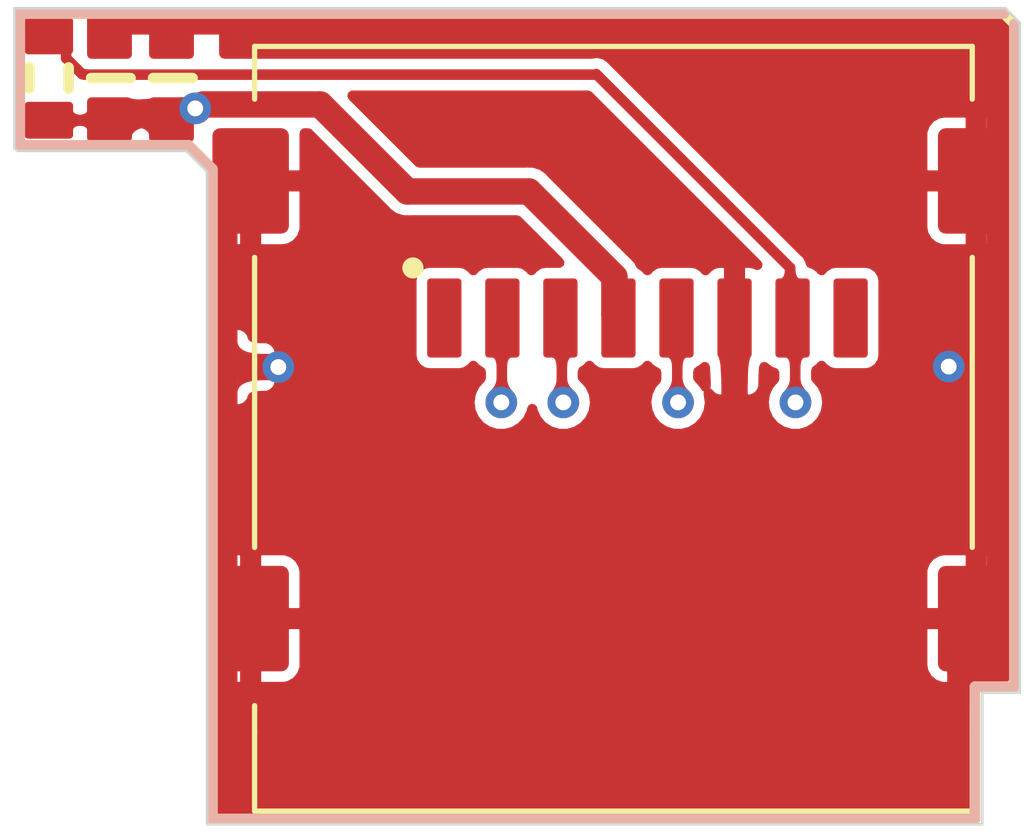
<source format=kicad_pcb>
(kicad_pcb (version 20210108) (generator pcbnew)
  (layers (0 "F.Cu" signal "Top Layer") (31 "B.Cu" signal "Bottom Layer") (34 "B.Paste" user) (35 "F.Paste" user) (36 "B.SilkS" user "B.Silkscreen") (37 "F.SilkS" user "F.Silkscreen") (38 "B.Mask" user) (39 "F.Mask" user) (44 "Edge.Cuts" user))
  (net 0 "")
  (net 1 "V33")
  (net 2 "SD_SCK")
  (net 3 "SD_MOSI")
  (net 4 "SD_MISO")
  (net 5 "SD_CS")
  (net 6 "GND")
  (footprint "General.pcblib:Cap" (layer "F.Cu") (at 2.975 -14.150005 90)
    (fp_text reference "C451" hide)
    (fp_text value "22u" hide)
    (fp_line (start 0 -0.349986) (end 0 0.4) (layer "F.SilkS") (width 0.2))
    (pad "1" smd roundrect (at -0.790001 0 90) (size 0.850001 0.850001) (layers "F.Cu" "F.Paste" "F.Mask") (roundrect_rratio 0.1) (net 1 "V33"))
    (pad "2" smd roundrect (at 0.790001 0 90) (size 0.850001 0.850001) (layers "F.Cu" "F.Paste" "F.Mask") (roundrect_rratio 0.1) (net 6 "GND"))
  )
  (footprint "General.pcblib:Cap" (layer "F.Cu") (at 1.799996 -14.150002 90)
    (fp_text reference "C450" hide)
    (fp_text value "22u" hide)
    (fp_line (start 0 -0.349986) (end 0 0.4) (layer "F.SilkS") (width 0.2))
    (pad "1" smd roundrect (at -0.790001 0 90) (size 0.850001 0.850001) (layers "F.Cu" "F.Paste" "F.Mask") (roundrect_rratio 0.1) (net 1 "V33"))
    (pad "2" smd roundrect (at 0.790001 0 90) (size 0.850001 0.850001) (layers "F.Cu" "F.Paste" "F.Mask") (roundrect_rratio 0.1) (net 6 "GND"))
  )
  (footprint "General.pcblib:Res" (layer "F.Cu") (at 0.649999 -14.149997 -90)
    (fp_text reference "R450" hide)
    (fp_text value "33k" hide)
    (fp_line (start 0.198943 0.37085) (end -0.201056 0.37084) (layer "F.SilkS") (width 0.2032))
    (fp_line (start 0.199999 -0.374985) (end -0.2 -0.374995) (layer "F.SilkS") (width 0.2032))
    (pad "1" smd roundrect (at -0.800001 0 270) (size 0.700001 0.920001) (layers "F.Cu" "F.Paste" "F.Mask") (roundrect_rratio 0.1) (net 4 "SD_MISO"))
    (pad "2" smd roundrect (at 0.800001 0 270) (size 0.700001 0.920001) (layers "F.Cu" "F.Paste" "F.Mask") (roundrect_rratio 0.1) (net 1 "V33"))
  )
  (footprint "General.pcblib:SD_CARD" (layer "F.Cu") (at 11.349998 -7.799997 180)
    (fp_text reference "J450" hide)
    (fp_text value "Molex MicroSD 47219-2001" hide)
    (fp_line (start 6.799999 -2.55) (end 6.799999 2.949999) (layer "F.SilkS") (width 0.1))
    (fp_line (start 6.799999 -7.55) (end 6.799999 -6.05) (layer "F.SilkS") (width 0.1))
    (fp_line (start 6.799999 5.950001) (end 6.799999 6.949999) (layer "F.SilkS") (width 0.1))
    (fp_line (start -6.799999 -6.05) (end -6.799999 -5.549999) (layer "F.SilkS") (width 0.1))
    (fp_line (start -6.799999 -2.55) (end -6.799999 2.949999) (layer "F.SilkS") (width 0.1))
    (fp_line (start -6.799999 5.950001) (end -6.799999 6.949999) (layer "F.SilkS") (width 0.1))
    (fp_line (start -6.799999 -7.55) (end -6.799999 -6.05) (layer "F.SilkS") (width 0.1))
    (fp_line (start 6.799999 -7.55) (end -6.799999 -7.55) (layer "F.SilkS") (width 0.1))
    (fp_line (start 6.799999 6.949999) (end -6.799999 6.949999) (layer "F.SilkS") (width 0.1))
    (fp_line (start 6.799999 -6.05) (end 6.799999 -5.549999) (layer "F.SilkS") (width 0.1))
    (fp_arc (start 3.8 2.750002) (end 3.7 2.750002) (angle -180) (layer "F.SilkS") (width 0.2))
    (fp_arc (start 3.8 2.750002) (end 3.9 2.750002) (angle -180) (layer "F.SilkS") (width 0.2))
    (pad "1" smd roundrect (at 3.205 1.799999 270) (size 1.5 0.650001) (layers "F.Cu" "F.Paste" "F.Mask") (roundrect_rratio 0.1))
    (pad "2" smd roundrect (at 2.105 1.799999 270) (size 1.5 0.650001) (layers "F.Cu" "F.Paste" "F.Mask") (roundrect_rratio 0.1) (net 5 "SD_CS"))
    (pad "3" smd roundrect (at 1.005 1.799999 270) (size 1.5 0.650001) (layers "F.Cu" "F.Paste" "F.Mask") (roundrect_rratio 0.1) (net 3 "SD_MOSI"))
    (pad "4" smd roundrect (at -0.095001 1.799999 270) (size 1.5 0.650001) (layers "F.Cu" "F.Paste" "F.Mask") (roundrect_rratio 0.1) (net 1 "V33"))
    (pad "5" smd roundrect (at -1.194999 1.799999 270) (size 1.5 0.650001) (layers "F.Cu" "F.Paste" "F.Mask") (roundrect_rratio 0.1) (net 2 "SD_SCK"))
    (pad "6" smd roundrect (at -2.294999 1.799999 270) (size 1.5 0.650001) (layers "F.Cu" "F.Paste" "F.Mask") (roundrect_rratio 0.1) (net 6 "GND"))
    (pad "7" smd roundrect (at -3.394999 1.799999 270) (size 1.5 0.650001) (layers "F.Cu" "F.Paste" "F.Mask") (roundrect_rratio 0.1) (net 4 "SD_MISO"))
    (pad "8" smd roundrect (at -4.495 1.799999 270) (size 1.5 0.650001) (layers "F.Cu" "F.Paste" "F.Mask") (roundrect_rratio 0.1))
    (pad "9" smd roundrect (at -6.875 4.399999 270) (size 2.000001 1.45) (layers "F.Cu" "F.Paste" "F.Mask") (roundrect_rratio 0.1) (net 6 "GND"))
    (pad "9" smd roundrect (at 6.875001 -3.9 270) (size 2.000001 1.45) (layers "F.Cu" "F.Paste" "F.Mask") (roundrect_rratio 0.1) (net 6 "GND"))
    (pad "9" smd roundrect (at 6.875001 4.399999 270) (size 2.000001 1.45) (layers "F.Cu" "F.Paste" "F.Mask") (roundrect_rratio 0.1) (net 6 "GND"))
    (pad "9" smd roundrect (at -6.875 -3.9 270) (size 2.000001 1.45) (layers "F.Cu" "F.Paste" "F.Mask") (roundrect_rratio 0.1) (net 6 "GND"))
  )
  (footprint "Mod.PcbLib:Mod-Hellen-SD" (layer "F.Cu") (at 0 0)
    (fp_text reference "M450" hide)
    (fp_text value "Hellen One : microSD Module interface" hide)
    (fp_line (start 0.1 -15.374998) (end 18.749998 -15.374998) (layer "B.SilkS") (width 0.2))
    (fp_line (start 3.749998 -0.099997) (end 18.201356 -0.099997) (layer "B.SilkS") (width 0.2))
    (fp_line (start 3.749998 -0.099997) (end 3.749998 -12.424999) (layer "B.SilkS") (width 0.2))
    (fp_line (start 18.201356 -2.610388) (end 18.95 -2.610388) (layer "B.SilkS") (width 0.2))
    (fp_line (start 3.299996 -12.875001) (end 3.749998 -12.424999) (layer "B.SilkS") (width 0.2))
    (fp_line (start 0.1 -12.875001) (end 0.1 -15.374998) (layer "B.SilkS") (width 0.2))
    (fp_line (start 18.95 -2.610388) (end 18.95 -15.174996) (layer "B.SilkS") (width 0.2))
    (fp_line (start 18.201356 -0.1) (end 18.201356 -2.610388) (layer "B.SilkS") (width 0.2))
    (fp_line (start 0.1 -12.875001) (end 3.299996 -12.875001) (layer "B.SilkS") (width 0.2))
    (fp_line (start 3.299996 -12.875001) (end 3.749998 -12.424999) (layer "F.SilkS") (width 0.2))
    (fp_line (start 18.201356 -0.1) (end 18.201356 -2.607788) (layer "F.SilkS") (width 0.2))
    (fp_line (start 18.95 -2.607788) (end 18.95 -15.174996) (layer "F.SilkS") (width 0.2))
    (fp_line (start 18.201356 -2.607788) (end 18.95 -2.607788) (layer "F.SilkS") (width 0.2))
    (fp_line (start 0.1 -15.374998) (end 18.749998 -15.374998) (layer "F.SilkS") (width 0.2))
    (fp_line (start 0.1 -12.875001) (end 0.1 -15.374998) (layer "F.SilkS") (width 0.2))
    (fp_line (start 3.749998 -0.099997) (end 18.201356 -0.099997) (layer "F.SilkS") (width 0.2))
    (fp_line (start 3.749998 -0.099997) (end 3.749998 -12.424999) (layer "F.SilkS") (width 0.2))
    (fp_line (start 0.1 -12.875001) (end 3.299996 -12.875001) (layer "F.SilkS") (width 0.2))
    (pad "G" smd oval (at 18.275 -2.900025 90) (size 0.499999 1.2) (layers "F.Cu" "F.Paste") (net 6 "GND"))
    (pad "G" smd oval (at 3.974998 -5.887496) (size 0.499999 11.4) (layers "F.Cu" "F.Paste") (net 6 "GND"))
    (pad "G" smd oval (at 18.674999 -9.012499) (size 0.499999 12.7) (layers "F.Cu" "F.Paste") (net 6 "GND"))
    (pad "G" smd oval (at 10.175006 -15.175014 270) (size 0.399999 17.400001) (layers "F.Cu" "F.Paste") (net 6 "GND"))
    (pad "G" smd oval (at 10.945 -0.349997) (size 14.449999 0.499999) (layers "F.Cu" "F.Paste") (net 6 "GND"))
    (pad "G" smd oval (at 17.924998 -1.625031) (size 0.499999 2.999999) (layers "F.Cu" "F.Paste") (net 6 "GND"))
    (pad "V1" thru_hole circle (at 3.424994 -13.575007 90) (size 0.599999 0.599999) (drill 0.299999) (layers *.Cu *.Mask) (net 1 "V33"))
    (pad "V2" thru_hole circle (at 5.000008 -8.669998 180) (size 0.599999 0.599999) (drill 0.299999) (layers *.Cu *.Mask) (net 6 "GND"))
    (pad "V3" thru_hole circle (at 17.704026 -8.679061 180) (size 0.599999 0.599999) (drill 0.299999) (layers *.Cu *.Mask) (net 6 "GND"))
    (pad "V4" thru_hole circle (at 9.224998 -7.999997 180) (size 0.599999 0.599999) (drill 0.299999) (layers *.Cu *.Mask) (net 5 "SD_CS"))
    (pad "V5" thru_hole circle (at 10.400002 -7.999997 180) (size 0.599999 0.599999) (drill 0.299999) (layers *.Cu *.Mask) (net 3 "SD_MOSI"))
    (pad "V6" thru_hole circle (at 12.574996 -7.999997 180) (size 0.599999 0.599999) (drill 0.299999) (layers *.Cu *.Mask) (net 2 "SD_SCK"))
    (pad "V7" thru_hole circle (at 14.799998 -7.999997 180) (size 0.599999 0.599999) (drill 0.299999) (layers *.Cu *.Mask) (net 4 "SD_MISO"))
  )
  (gr_poly (pts (xy 10.272499 -8.651832) (xy 10.271498 -8.690412) (xy 10.268499 -8.724928) (xy 10.2635 -8.755385) (xy 10.2565 -8.781783) (xy 10.247498 -8.804118) (xy 10.2365 -8.822393) (xy 10.2235 -8.836604) (xy 10.208499 -8.846757) (xy 10.191499 -8.85285) (xy 10.172499 -8.854879) (xy 10.572499 -8.854879) (xy 10.553499 -8.85285) (xy 10.536499 -8.846757) (xy 10.521498 -8.836604) (xy 10.508498 -8.822393) (xy 10.4975 -8.804118) (xy 10.488498 -8.781783) (xy 10.481498 -8.755385) (xy 10.476499 -8.724928) (xy 10.4735 -8.690412) (xy 10.472499 -8.651832)) (layer "F.Cu") (width 0) (fill solid))
  (gr_poly (pts (xy 2.099983 -13.735007) (xy 2.184194 -13.735428) (xy 2.531227 -13.755682) (xy 2.562695 -13.762012) (xy 2.586627 -13.769185) (xy 2.603025 -13.777201) (xy 2.554491 -13.033548) (xy 2.552311 -13.071826) (xy 2.540518 -13.106072) (xy 2.519109 -13.136293) (xy 2.48808 -13.162483) (xy 2.447437 -13.184642) (xy 2.397178 -13.202775) (xy 2.337305 -13.216877) (xy 2.267814 -13.226948) (xy 2.188705 -13.232994) (xy 2.099983 -13.235008)) (layer "F.Cu") (width 0) (fill solid))
  (gr_poly (pts (xy 2.723553 -13.235008) (xy 2.624181 -13.232524) (xy 2.535537 -13.225076) (xy 2.457623 -13.212661) (xy 2.39044 -13.19528) (xy 2.333983 -13.17293) (xy 2.288256 -13.145618) (xy 2.253259 -13.113337) (xy 2.228992 -13.076093) (xy 2.215454 -13.03388) (xy 2.212642 -12.986703) (xy 2.171972 -13.777199) (xy 2.188771 -13.769183) (xy 2.213907 -13.76201) (xy 2.247382 -13.75568) (xy 2.289195 -13.750196) (xy 2.397834 -13.741758) (xy 2.715169 -13.735007)) (layer "F.Cu") (width 0) (fill solid))
  (gr_poly (pts (xy 1.30826 -13.249996) (xy 1.26968 -13.248996) (xy 1.235164 -13.245996) (xy 1.204707 -13.240997) (xy 1.178309 -13.233997) (xy 1.155974 -13.224998) (xy 1.137699 -13.213997) (xy 1.123488 -13.200997) (xy 1.113335 -13.185996) (xy 1.107242 -13.168996) (xy 1.105212 -13.149997) (xy 1.105212 -13.549996) (xy 1.107242 -13.530997) (xy 1.113335 -13.513996) (xy 1.123488 -13.498995) (xy 1.137699 -13.485995) (xy 1.155974 -13.474995) (xy 1.178309 -13.465995) (xy 1.204707 -13.458995) (xy 1.235164 -13.453996) (xy 1.26968 -13.450997) (xy 1.30826 -13.449996)) (layer "F.Cu") (width 0) (fill solid))
  (gr_poly (pts (xy 9.134998 -8.651832) (xy 9.133997 -8.690412) (xy 9.130998 -8.724928) (xy 9.125999 -8.755385) (xy 9.118999 -8.781783) (xy 9.11 -8.804118) (xy 9.098999 -8.822393) (xy 9.085999 -8.836604) (xy 9.070998 -8.846757) (xy 9.053998 -8.85285) (xy 9.034998 -8.854879) (xy 9.434998 -8.854879) (xy 9.415998 -8.85285) (xy 9.398998 -8.846757) (xy 9.383997 -8.836604) (xy 9.370997 -8.822393) (xy 9.359997 -8.804118) (xy 9.350997 -8.781783) (xy 9.343997 -8.755385) (xy 9.338998 -8.724928) (xy 9.335999 -8.690412) (xy 9.334998 -8.651832)) (layer "F.Cu") (width 0) (fill solid))
  (gr_poly (pts (xy 9.334998 -8.459102) (xy 9.336067 -8.431411) (xy 9.339278 -8.404273) (xy 9.34463 -8.37769) (xy 9.352123 -8.35166) (xy 9.361754 -8.326186) (xy 9.373527 -8.301264) (xy 9.387439 -8.276897) (xy 9.403494 -8.253085) (xy 9.421688 -8.229826) (xy 9.442023 -8.207121) (xy 9.022258 -8.221119) (xy 9.043678 -8.242178) (xy 9.062844 -8.264002) (xy 9.079756 -8.28659) (xy 9.094412 -8.309948) (xy 9.106812 -8.33407) (xy 9.116959 -8.358957) (xy 9.124851 -8.384614) (xy 9.13049 -8.411035) (xy 9.13387 -8.438223) (xy 9.134998 -8.466178)) (layer "F.Cu") (width 0) (fill solid))
  (gr_poly (pts (xy 13.394997 -8.351832) (xy 13.394314 -8.435825) (xy 13.377908 -8.704925) (xy 13.370387 -8.755482) (xy 13.351248 -8.836528) (xy 13.339625 -8.867021) (xy 13.326638 -8.890826) (xy 13.963355 -8.890826) (xy 13.950368 -8.867021) (xy 13.938745 -8.836528) (xy 13.928491 -8.799347) (xy 13.919606 -8.755482) (xy 13.905934 -8.647681) (xy 13.897732 -8.513133) (xy 13.894996 -8.351832)) (layer "F.Cu") (width 0) (fill solid))
  (gr_poly (pts (xy 12.659995 -8.467702) (xy 12.661135 -8.439686) (xy 12.664557 -8.41249) (xy 12.670257 -8.386115) (xy 12.67824 -8.360562) (xy 12.688501 -8.335828) (xy 12.701044 -8.311916) (xy 12.715867 -8.288823) (xy 12.732972 -8.266552) (xy 12.752354 -8.245102) (xy 12.774021 -8.224472) (xy 12.354547 -8.203471) (xy 12.374583 -8.22657) (xy 12.392508 -8.250174) (xy 12.408327 -8.274279) (xy 12.422033 -8.298886) (xy 12.433633 -8.323997) (xy 12.443125 -8.349607) (xy 12.450506 -8.375721) (xy 12.455776 -8.402338) (xy 12.458941 -8.429457) (xy 12.459995 -8.457077)) (layer "F.Cu") (width 0) (fill solid))
  (gr_poly (pts (xy 1.176439 -13.449996) (xy 1.215019 -13.450997) (xy 1.249535 -13.453996) (xy 1.279992 -13.458995) (xy 1.306391 -13.465995) (xy 1.328725 -13.474995) (xy 1.347 -13.485995) (xy 1.361211 -13.498995) (xy 1.371364 -13.513996) (xy 1.377457 -13.530997) (xy 1.379487 -13.549996) (xy 1.379487 -13.149997) (xy 1.377457 -13.168996) (xy 1.371364 -13.185996) (xy 1.361211 -13.200997) (xy 1.347 -13.213997) (xy 1.328725 -13.224998) (xy 1.306391 -13.233997) (xy 1.279992 -13.240997) (xy 1.249535 -13.245996) (xy 1.215019 -13.248996) (xy 1.176439 -13.249996)) (layer "F.Cu") (width 0) (fill solid))
  (gr_poly (pts (xy 4.726788 -8.419998) (xy 4.631207 -8.417499) (xy 4.545691 -8.409998) (xy 4.470232 -8.397499) (xy 4.404838 -8.379998) (xy 4.349501 -8.357499) (xy 4.304228 -8.329999) (xy 4.269014 -8.297499) (xy 4.243862 -8.259999) (xy 4.228772 -8.217499) (xy 4.223741 -8.169999) (xy 4.223741 -9.169997) (xy 4.228772 -9.122496) (xy 4.243862 -9.079997) (xy 4.269016 -9.042497) (xy 4.304228 -9.009997) (xy 4.349504 -8.982497) (xy 4.404838 -8.959997) (xy 4.470232 -8.942497) (xy 4.545691 -8.929997) (xy 4.631207 -8.922497) (xy 4.726788 -8.919997)) (layer "F.Cu") (width 0) (fill solid))
  (gr_poly (pts (xy 4.580341 -3.651788) (xy 4.512587 -3.582637) (xy 4.31289 -3.349384) (xy 4.280797 -3.301909) (xy 4.255834 -3.258772) (xy 4.238005 -3.219968) (xy 4.227307 -3.185503) (xy 4.223741 -3.155371) (xy 4.223741 -4.148206) (xy 4.224485 -4.121226) (xy 4.22672 -4.098656) (xy 4.230444 -4.080495) (xy 4.235658 -4.066738) (xy 4.242361 -4.057391) (xy 4.250553 -4.052453) (xy 4.260235 -4.05192) (xy 4.271409 -4.055798) (xy 4.284071 -4.064081) (xy 4.298221 -4.076774)) (layer "F.Cu") (width 0) (fill solid))
  (gr_poly (pts (xy 14.695 -8.651832) (xy 14.693999 -8.690412) (xy 14.690999 -8.724928) (xy 14.686001 -8.755385) (xy 14.679 -8.781783) (xy 14.669999 -8.804118) (xy 14.659 -8.822393) (xy 14.646001 -8.836604) (xy 14.630999 -8.846757) (xy 14.613999 -8.85285) (xy 14.595 -8.854879) (xy 14.994999 -8.854879) (xy 14.976 -8.85285) (xy 14.959 -8.846757) (xy 14.943999 -8.836604) (xy 14.930999 -8.822393) (xy 14.920001 -8.804118) (xy 14.910999 -8.781783) (xy 14.903999 -8.755385) (xy 14.899 -8.724928) (xy 14.896 -8.690412) (xy 14.894999 -8.651832)) (layer "F.Cu") (width 0) (fill solid))
  (gr_poly (pts (xy 14.799998 -10.54816) (xy 14.800999 -10.50958) (xy 14.803999 -10.475064) (xy 14.808998 -10.444607) (xy 14.815998 -10.418209) (xy 14.825 -10.395875) (xy 14.835998 -10.377599) (xy 14.848997 -10.363388) (xy 14.863999 -10.353236) (xy 14.880999 -10.347142) (xy 14.899998 -10.345113) (xy 14.499999 -10.345113) (xy 14.518998 -10.347142) (xy 14.535998 -10.353236) (xy 14.551 -10.363388) (xy 14.563999 -10.377599) (xy 14.574998 -10.395875) (xy 14.583999 -10.418209) (xy 14.591 -10.444607) (xy 14.595998 -10.475064) (xy 14.598998 -10.50958) (xy 14.599999 -10.54816)) (layer "F.Cu") (width 0) (fill solid))
  (gr_poly (pts (xy 10.472499 -8.471103) (xy 10.47367 -8.44294) (xy 10.477177 -8.415731) (xy 10.483027 -8.389485) (xy 10.491216 -8.364195) (xy 10.501744 -8.339864) (xy 10.514609 -8.316491) (xy 10.529819 -8.294078) (xy 10.547365 -8.272623) (xy 10.567251 -8.252127) (xy 10.589476 -8.23259) (xy 10.171245 -8.194086) (xy 10.190485 -8.21814) (xy 10.207696 -8.242572) (xy 10.222885 -8.26738) (xy 10.236048 -8.292562) (xy 10.247186 -8.318122) (xy 10.256299 -8.344055) (xy 10.263386 -8.370367) (xy 10.268448 -8.397052) (xy 10.271486 -8.424116) (xy 10.272499 -8.451553)) (layer "F.Cu") (width 0) (fill solid))
  (gr_poly (pts (xy 12.459995 -8.651832) (xy 12.458995 -8.690412) (xy 12.455995 -8.724928) (xy 12.450996 -8.755385) (xy 12.443996 -8.781783) (xy 12.434997 -8.804118) (xy 12.423996 -8.822393) (xy 12.410996 -8.836604) (xy 12.395995 -8.846757) (xy 12.378995 -8.85285) (xy 12.359996 -8.854879) (xy 12.759995 -8.854879) (xy 12.740996 -8.85285) (xy 12.723995 -8.846757) (xy 12.708994 -8.836604) (xy 12.695994 -8.822393) (xy 12.684994 -8.804118) (xy 12.675994 -8.781783) (xy 12.668994 -8.755385) (xy 12.663996 -8.724928) (xy 12.660996 -8.690412) (xy 12.659995 -8.651832)) (layer "F.Cu") (width 0) (fill solid))
  (gr_poly (pts (xy 14.894999 -8.464558) (xy 14.896114 -8.436666) (xy 14.899455 -8.409488) (xy 14.905025 -8.383021) (xy 14.912823 -8.357268) (xy 14.922851 -8.332226) (xy 14.935103 -8.307898) (xy 14.949584 -8.284281) (xy 14.966295 -8.261378) (xy 14.985233 -8.239186) (xy 15.006399 -8.217708) (xy 14.586458 -8.21071) (xy 14.60708 -8.233014) (xy 14.625533 -8.255922) (xy 14.641815 -8.279437) (xy 14.655924 -8.30356) (xy 14.667865 -8.328287) (xy 14.677634 -8.353621) (xy 14.685231 -8.379562) (xy 14.690659 -8.40611) (xy 14.693915 -8.433262) (xy 14.695 -8.461022)) (layer "F.Cu") (width 0) (fill solid))
  (gr_line (start 18.749998 -15.374998) (end 18.95 -15.174996) (layer "F.SilkS") (width 0.2))
  (gr_line (start 18.774999 -15.475001) (end 0 -15.475001) (layer "Edge.Cuts") (width 0.05))
  (gr_line (start 0 -12.825001) (end 0.055469 -12.769533) (layer "Edge.Cuts") (width 0.05))
  (gr_line (start 18.340393 -2.5) (end 19.05 -2.5) (layer "Edge.Cuts") (width 0.05))
  (gr_line (start 3.65 -12.374999) (end 3.65 0) (layer "Edge.Cuts") (width 0.05))
  (gr_line (start 3.255467 -12.769533) (end 3.65 -12.374999) (layer "Edge.Cuts") (width 0.05))
  (gr_line (start 19.05 -15.2) (end 18.774999 -15.475001) (layer "Edge.Cuts") (width 0.05))
  (gr_line (start 0.055469 -12.769533) (end 0.055469 -12.769533) (layer "Edge.Cuts") (width 0.05))
  (gr_line (start 3.65 0) (end 18.340393 0) (layer "Edge.Cuts") (width 0.05))
  (gr_line (start 0 -15.475001) (end 0 -12.825001) (layer "Edge.Cuts") (width 0.05))
  (gr_line (start 19.05 -2.5) (end 19.05 -15.2) (layer "Edge.Cuts") (width 0.05))
  (gr_line (start 18.340393 0) (end 18.340393 -2.5) (layer "Edge.Cuts") (width 0.05))
  (gr_line (start 0.055469 -12.769533) (end 3.255467 -12.769533) (layer "Edge.Cuts") (width 0.05))
  (segment (start 3.574999 -13.649998) (end 5.792894 -13.649998) (width 0.499999) (layer "F.Cu") (net 1))
  (segment (start 0.649999 -13.349996) (end 1.864995 -13.349996) (width 0.2) (layer "F.Cu") (net 1))
  (segment (start 11.369998 -9.674997) (end 11.369998 -10.380002) (width 0.499999) (layer "F.Cu") (net 1))
  (segment (start 11.369998 -9.674997) (end 11.444999 -9.599996) (width 0.499999) (layer "F.Cu") (net 1))
  (segment (start 2.975 -13.360004) (end 3.150001 -13.535005) (width 0.499999) (layer "F.Cu") (net 1))
  (segment (start 2.099983 -13.485007) (end 3.062501 -13.485007) (width 0.499999) (layer "F.Cu") (net 1))
  (segment (start 5.792894 -13.649998) (end 7.442896 -11.999996) (width 0.499999) (layer "F.Cu") (net 1))
  (segment (start 3.150001 -13.535005) (end 3.460006 -13.535005) (width 0.499999) (layer "F.Cu") (net 1))
  (segment (start 3.460006 -13.535005) (end 3.574999 -13.649998) (width 0.499999) (layer "F.Cu") (net 1))
  (segment (start 1.864995 -13.349996) (end 1.875 -13.360001) (width 0.2) (layer "F.Cu") (net 1))
  (segment (start 9.750003 -11.999996) (end 11.369998 -10.380002) (width 0.499999) (layer "F.Cu") (net 1))
  (segment (start 2.937495 -13.322498) (end 2.975 -13.360004) (width 0.499999) (layer "F.Cu") (net 1))
  (segment (start 7.442896 -11.999996) (end 9.750003 -11.999996) (width 0.499999) (layer "F.Cu") (net 1))
  (segment (start 12.544997 -9.599996) (end 12.559995 -9.584997) (width 0.2) (layer "F.Cu") (net 2))
  (segment (start 12.559995 -8.014998) (end 12.559995 -9.584997) (width 0.2) (layer "F.Cu") (net 2))
  (segment (start 12.559995 -8.014998) (end 12.574996 -7.999997) (width 0.2) (layer "F.Cu") (net 2))
  (segment (start 10.372499 -8.0275) (end 10.372499 -9.572495) (width 0.2) (layer "F.Cu") (net 3))
  (segment (start 10.344998 -9.599996) (end 10.372499 -9.572495) (width 0.2) (layer "F.Cu") (net 3))
  (segment (start 10.372499 -8.0275) (end 10.400002 -7.999997) (width 0.2) (layer "F.Cu") (net 3))
  (segment (start 14.699999 -9.644995) (end 14.744997 -9.599996) (width 0.2) (layer "F.Cu") (net 4))
  (segment (start 1.280005 -14.225001) (end 1.31553 -14.225001) (width 0.2) (layer "F.Cu") (net 4))
  (segment (start 14.795 -7.999997) (end 14.795 -9.599996) (width 0.2) (layer "F.Cu") (net 4))
  (segment (start 0.728421 -14.949998) (end 0.978423 -14.699996) (width 0.2) (layer "F.Cu") (net 4))
  (segment (start 0.978423 -14.526583) (end 1.280005 -14.225001) (width 0.2) (layer "F.Cu") (net 4))
  (segment (start 0.649999 -14.949998) (end 0.728421 -14.949998) (width 0.2) (layer "F.Cu") (net 4))
  (segment (start 1.31553 -14.225001) (end 1.325527 -14.215003) (width 0.2) (layer "F.Cu") (net 4))
  (segment (start 14.699999 -9.644995) (end 14.699999 -10.549997) (width 0.2) (layer "F.Cu") (net 4))
  (segment (start 1.325527 -14.215003) (end 11.024994 -14.215003) (width 0.2) (layer "F.Cu") (net 4))
  (segment (start 0.978423 -14.526583) (end 0.978423 -14.699996) (width 0.2) (layer "F.Cu") (net 4))
  (segment (start 11.024994 -14.225001) (end 14.699999 -10.549997) (width 0.2) (layer "F.Cu") (net 4))
  (segment (start 9.224998 -7.999997) (end 9.234998 -8.009997) (width 0.2) (layer "F.Cu") (net 5))
  (segment (start 9.234998 -9.589996) (end 9.244998 -9.599996) (width 0.2) (layer "F.Cu") (net 5))
  (segment (start 9.234998 -8.009997) (end 9.234998 -9.589996) (width 0.2) (layer "F.Cu") (net 5))
  (segment (start 3.999997 -3.424997) (end 4.474997 -3.899997) (width 0.499999) (layer "F.Cu") (net 6))
  (segment (start 4.124998 -8.669998) (end 5.000008 -8.669998) (width 0.499999) (layer "F.Cu") (net 6))
  (segment (start 7.75 -6.949996) (end 13.425327 -6.949996) (width 0.499999) (layer "F.Cu") (net 6))
  (segment (start 5.000008 -8.669998) (end 6.029998 -8.669998) (width 0.499999) (layer "F.Cu") (net 6))
  (segment (start 13.644997 -7.169666) (end 13.644997 -9.599996) (width 0.499999) (layer "F.Cu") (net 6))
  (segment (start 13.425327 -6.949996) (end 13.644997 -7.169666) (width 0.499999) (layer "F.Cu") (net 6))
  (segment (start 6.029998 -8.669998) (end 7.75 -6.949996) (width 0.499999) (layer "F.Cu") (net 6))
  (zone (net 6) (net_name "GND") (layer "F.Cu") (connect_pads (clearance 0.2)) (min_thickness 0.2) (fill yes (thermal_gap 0.2) (thermal_bridge_width 0.399999))
    (polygon (pts (xy 18.637499 -2.912499) (xy 17.927894 -2.912499) (xy 17.927894 -0.474998) (xy 3.924999 -0.474998) (xy 3.874999 -15.249997) (xy 4 -15.374998) (xy 18.749998 -15.374998)))
  )
)
</source>
